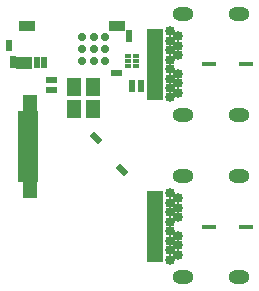
<source format=gts>
G04*
G04 #@! TF.GenerationSoftware,Altium Limited,Altium Designer,20.1.14 (287)*
G04*
G04 Layer_Color=8388736*
%FSLAX25Y25*%
%MOIN*%
G70*
G04*
G04 #@! TF.SameCoordinates,3A9065B2-305A-42DB-86BC-D4C8425A37C0*
G04*
G04*
G04 #@! TF.FilePolarity,Negative*
G04*
G01*
G75*
%ADD28R,0.01981X0.01902*%
%ADD29R,0.01902X0.01981*%
%ADD30R,0.01981X0.01587*%
%ADD31R,0.01784X0.02178*%
%ADD32R,0.02454X0.01666*%
%ADD33R,0.05524X0.01981*%
%ADD34R,0.04737X0.01587*%
G04:AMPARAMS|DCode=35|XSize=19.02mil|YSize=19.81mil|CornerRadius=0mil|HoleSize=0mil|Usage=FLASHONLY|Rotation=135.000|XOffset=0mil|YOffset=0mil|HoleType=Round|Shape=Rectangle|*
%AMROTATEDRECTD35*
4,1,4,0.01373,0.00028,-0.00028,-0.01373,-0.01373,-0.00028,0.00028,0.01373,0.01373,0.00028,0.0*
%
%ADD35ROTATEDRECTD35*%

%ADD36R,0.06706X0.02178*%
%ADD37R,0.04737X0.05446*%
%ADD38R,0.05800X0.03792*%
%ADD39R,0.04737X0.05918*%
%ADD40C,0.03359*%
%ADD41O,0.07099X0.04737*%
%ADD42C,0.02769*%
D28*
X24286Y76413D02*
D03*
Y74563D02*
D03*
X12766Y80275D02*
D03*
Y82125D02*
D03*
X53652Y68532D02*
D03*
Y66681D02*
D03*
X21928Y76408D02*
D03*
Y74557D02*
D03*
X13947Y76569D02*
D03*
Y74718D02*
D03*
X52748Y85201D02*
D03*
Y83350D02*
D03*
X56593Y68514D02*
D03*
Y66664D02*
D03*
D29*
X49495Y72166D02*
D03*
X47645D02*
D03*
X27817Y69610D02*
D03*
X25967D02*
D03*
X27820Y66243D02*
D03*
X25970D02*
D03*
D30*
X19476Y75422D02*
D03*
X16189D02*
D03*
Y74044D02*
D03*
Y76800D02*
D03*
X19476Y74044D02*
D03*
Y76800D02*
D03*
D31*
X17832Y74339D02*
D03*
Y76505D02*
D03*
D32*
X52327Y77624D02*
D03*
Y76049D02*
D03*
Y74474D02*
D03*
X54886Y77624D02*
D03*
Y76049D02*
D03*
Y74474D02*
D03*
D33*
X61395Y31663D02*
D03*
Y29695D02*
D03*
Y27726D02*
D03*
Y25758D02*
D03*
Y23789D02*
D03*
Y21821D02*
D03*
Y19852D02*
D03*
Y17884D02*
D03*
Y15915D02*
D03*
Y13947D02*
D03*
Y11978D02*
D03*
Y10010D02*
D03*
X61383Y64049D02*
D03*
Y66018D02*
D03*
Y67986D02*
D03*
Y69955D02*
D03*
Y71923D02*
D03*
Y73892D02*
D03*
Y75860D02*
D03*
Y77829D02*
D03*
Y79797D02*
D03*
Y81766D02*
D03*
Y83734D02*
D03*
Y85703D02*
D03*
D34*
X91631Y20837D02*
D03*
X79426D02*
D03*
X79415Y74876D02*
D03*
X91620D02*
D03*
D35*
X42525Y49612D02*
D03*
X41216Y50920D02*
D03*
X49696Y40391D02*
D03*
X51004Y39082D02*
D03*
D36*
X18885Y58473D02*
D03*
Y56505D02*
D03*
Y54536D02*
D03*
Y52568D02*
D03*
Y50599D02*
D03*
Y48631D02*
D03*
Y46662D02*
D03*
Y44694D02*
D03*
Y42725D02*
D03*
Y40757D02*
D03*
Y38788D02*
D03*
Y36820D02*
D03*
D37*
X19869Y33119D02*
D03*
Y62174D02*
D03*
D38*
X48756Y87587D02*
D03*
X18756D02*
D03*
D39*
X34302Y67391D02*
D03*
X40601D02*
D03*
X34429Y60132D02*
D03*
X40728D02*
D03*
D40*
X66316Y19262D02*
D03*
Y22411D02*
D03*
Y16112D02*
D03*
Y25561D02*
D03*
Y12963D02*
D03*
Y28711D02*
D03*
Y9813D02*
D03*
Y31860D02*
D03*
X69072Y17687D02*
D03*
Y23986D02*
D03*
Y14537D02*
D03*
Y11388D02*
D03*
Y30286D02*
D03*
Y27136D02*
D03*
X69061Y84325D02*
D03*
Y65427D02*
D03*
Y81175D02*
D03*
Y68577D02*
D03*
Y78025D02*
D03*
Y71726D02*
D03*
X66305Y85899D02*
D03*
Y63852D02*
D03*
Y82750D02*
D03*
Y67002D02*
D03*
Y79600D02*
D03*
Y70151D02*
D03*
Y76451D02*
D03*
Y73301D02*
D03*
D41*
X70843Y37648D02*
D03*
Y4026D02*
D03*
X89465Y37648D02*
D03*
Y4026D02*
D03*
X89454Y58065D02*
D03*
Y91687D02*
D03*
X70832Y58065D02*
D03*
Y91687D02*
D03*
D42*
X36958Y83869D02*
D03*
X44832D02*
D03*
X36958Y79932D02*
D03*
X44832D02*
D03*
X40895Y83869D02*
D03*
Y79932D02*
D03*
X44832Y75995D02*
D03*
X40895D02*
D03*
X36958D02*
D03*
M02*

</source>
